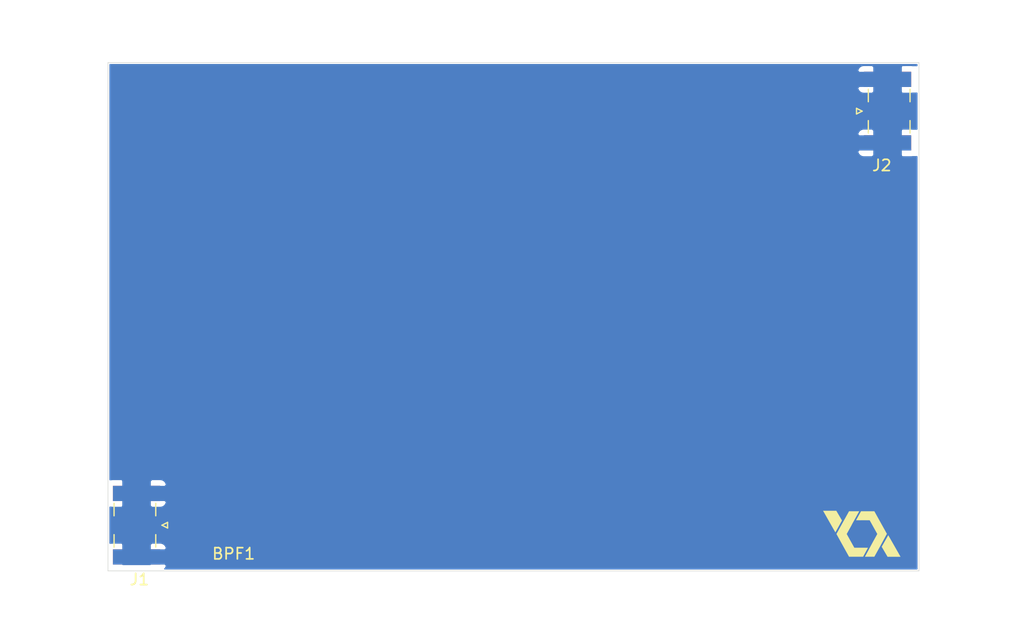
<source format=kicad_pcb>
(kicad_pcb (version 20171130) (host pcbnew "(5.1.5)-3")

  (general
    (thickness 1.5)
    (drawings 4)
    (tracks 2)
    (zones 0)
    (modules 4)
    (nets 4)
  )

  (page A4)
  (title_block
    (title "800MHz Microstrip Hairpin Bandpassfilter")
    (date 2020-11-10)
    (rev 1)
  )

  (layers
    (0 F.Cu signal)
    (31 B.Cu signal)
    (32 B.Adhes user)
    (33 F.Adhes user)
    (34 B.Paste user)
    (35 F.Paste user)
    (36 B.SilkS user)
    (37 F.SilkS user)
    (38 B.Mask user)
    (39 F.Mask user)
    (40 Dwgs.User user hide)
    (41 Cmts.User user hide)
    (42 Eco1.User user hide)
    (43 Eco2.User user hide)
    (44 Edge.Cuts user)
    (45 Margin user hide)
    (46 B.CrtYd user)
    (47 F.CrtYd user)
    (48 B.Fab user hide)
    (49 F.Fab user hide)
  )

  (setup
    (last_trace_width 2.54)
    (user_trace_width 0.45)
    (user_trace_width 2.54)
    (user_trace_width 2.97)
    (trace_clearance 0.2)
    (zone_clearance 0.1)
    (zone_45_only no)
    (trace_min 0.2)
    (via_size 0.8)
    (via_drill 0.4)
    (via_min_size 0.4)
    (via_min_drill 0.3)
    (uvia_size 0.3)
    (uvia_drill 0.1)
    (uvias_allowed no)
    (uvia_min_size 0.2)
    (uvia_min_drill 0.1)
    (edge_width 0.05)
    (segment_width 0.2)
    (pcb_text_width 0.3)
    (pcb_text_size 1.5 1.5)
    (mod_edge_width 0.12)
    (mod_text_size 1 1)
    (mod_text_width 0.15)
    (pad_size 1.524 1.524)
    (pad_drill 0.762)
    (pad_to_mask_clearance 0)
    (aux_axis_origin 0 0)
    (visible_elements 7FFFFFFF)
    (pcbplotparams
      (layerselection 0x010fc_ffffffff)
      (usegerberextensions false)
      (usegerberattributes true)
      (usegerberadvancedattributes true)
      (creategerberjobfile true)
      (excludeedgelayer true)
      (linewidth 0.100000)
      (plotframeref false)
      (viasonmask false)
      (mode 1)
      (useauxorigin false)
      (hpglpennumber 1)
      (hpglpenspeed 20)
      (hpglpendiameter 15.000000)
      (psnegative false)
      (psa4output false)
      (plotreference true)
      (plotvalue true)
      (plotinvisibletext false)
      (padsonsilk false)
      (subtractmaskfromsilk false)
      (outputformat 1)
      (mirror false)
      (drillshape 0)
      (scaleselection 1)
      (outputdirectory "gerber/"))
  )

  (net 0 "")
  (net 1 "Net-(BPF1-Pad1)")
  (net 2 "Net-(BPF1-Pad2)")
  (net 3 GND)

  (net_class Default "This is the default net class."
    (clearance 0.2)
    (trace_width 0.25)
    (via_dia 0.8)
    (via_drill 0.4)
    (uvia_dia 0.3)
    (uvia_drill 0.1)
    (add_net GND)
    (add_net "Net-(BPF1-Pad1)")
    (add_net "Net-(BPF1-Pad2)")
  )

  (module _Custom:stonehedge24-logo_8x6mm (layer F.Cu) (tedit 5FAAD637) (tstamp 5FAB57AA)
    (at 95.504 69.85)
    (fp_text reference G*** (at 0 4) (layer F.Fab) hide
      (effects (font (size 1.524 1.524) (thickness 0.3)))
    )
    (fp_text value LOGO (at 5 -3) (layer F.Fab) hide
      (effects (font (size 1.524 1.524) (thickness 0.3)))
    )
    (fp_poly (pts (xy -2.85516 -2.037328) (xy -2.271889 -2.037011) (xy -2.022024 -1.611269) (xy -1.77216 -1.185527)
      (xy -1.997184 -0.777619) (xy -2.033509 -0.711755) (xy -2.069543 -0.646387) (xy -2.104728 -0.582532)
      (xy -2.138503 -0.521207) (xy -2.170309 -0.463428) (xy -2.199587 -0.410212) (xy -2.225777 -0.362575)
      (xy -2.24832 -0.321535) (xy -2.266655 -0.288107) (xy -2.280225 -0.263308) (xy -2.282641 -0.258881)
      (xy -2.300526 -0.22622) (xy -2.31693 -0.196523) (xy -2.330975 -0.171359) (xy -2.341784 -0.152297)
      (xy -2.348478 -0.140904) (xy -2.349893 -0.138727) (xy -2.35138 -0.138727) (xy -2.354242 -0.141368)
      (xy -2.358701 -0.147033) (xy -2.364978 -0.156104) (xy -2.373295 -0.168961) (xy -2.383873 -0.185986)
      (xy -2.396934 -0.207562) (xy -2.412698 -0.234069) (xy -2.431388 -0.265889) (xy -2.453225 -0.303404)
      (xy -2.47843 -0.346995) (xy -2.507225 -0.397044) (xy -2.539831 -0.453933) (xy -2.57647 -0.518043)
      (xy -2.617363 -0.589756) (xy -2.662731 -0.669453) (xy -2.712797 -0.757517) (xy -2.767781 -0.854328)
      (xy -2.827905 -0.960268) (xy -2.882612 -1.056713) (xy -2.936539 -1.151804) (xy -2.989099 -1.244488)
      (xy -3.040009 -1.334268) (xy -3.088989 -1.420647) (xy -3.135755 -1.503127) (xy -3.180027 -1.581213)
      (xy -3.221523 -1.654407) (xy -3.259961 -1.722212) (xy -3.295059 -1.784131) (xy -3.326537 -1.839668)
      (xy -3.354111 -1.888326) (xy -3.377501 -1.929607) (xy -3.396425 -1.963015) (xy -3.410601 -1.988053)
      (xy -3.419747 -2.004224) (xy -3.423472 -2.010833) (xy -3.438432 -2.037644) (xy -2.85516 -2.037328)) (layer F.SilkS) (width 0.01))
    (fp_poly (pts (xy 1.666547 -0.996353) (xy 2.223536 0.005427) (xy 2.121493 0.193214) (xy 2.092593 0.246445)
      (xy 2.06022 0.306156) (xy 2.026039 0.369269) (xy 1.991716 0.432708) (xy 1.958916 0.493395)
      (xy 1.929304 0.548253) (xy 1.920574 0.564445) (xy 1.867086 0.663519) (xy 1.813849 0.761788)
      (xy 1.760225 0.860414) (xy 1.705578 0.96056) (xy 1.649268 1.063387) (xy 1.59066 1.170058)
      (xy 1.529115 1.281734) (xy 1.463996 1.399577) (xy 1.394664 1.52475) (xy 1.320484 1.658414)
      (xy 1.309709 1.677811) (xy 1.109793 2.037645) (xy 0.692494 2.037645) (xy 0.611353 2.037611)
      (xy 0.540864 2.037501) (xy 0.480392 2.037306) (xy 0.4293 2.037014) (xy 0.386951 2.036614)
      (xy 0.35271 2.036096) (xy 0.32594 2.035447) (xy 0.306006 2.034658) (xy 0.29227 2.033718)
      (xy 0.284097 2.032615) (xy 0.28085 2.031339) (xy 0.280908 2.030589) (xy 0.2846 2.024409)
      (xy 0.293269 2.009) (xy 0.306529 1.985068) (xy 0.324 1.95332) (xy 0.345296 1.914464)
      (xy 0.370036 1.869205) (xy 0.397836 1.818249) (xy 0.428313 1.762305) (xy 0.461084 1.702079)
      (xy 0.495766 1.638276) (xy 0.531975 1.571604) (xy 0.569328 1.50277) (xy 0.607443 1.43248)
      (xy 0.645936 1.361441) (xy 0.684424 1.29036) (xy 0.722523 1.219942) (xy 0.759852 1.150896)
      (xy 0.796026 1.083927) (xy 0.830662 1.019742) (xy 0.863378 0.959048) (xy 0.89379 0.902552)
      (xy 0.921514 0.85096) (xy 0.946169 0.804978) (xy 0.967371 0.765315) (xy 0.984736 0.732675)
      (xy 0.990128 0.722489) (xy 0.994066 0.71528) (xy 1.003022 0.699038) (xy 1.01653 0.674598)
      (xy 1.03413 0.642796) (xy 1.055358 0.604468) (xy 1.07975 0.560451) (xy 1.106843 0.511579)
      (xy 1.136176 0.458689) (xy 1.167284 0.402617) (xy 1.188188 0.364947) (xy 1.225106 0.298407)
      (xy 1.256899 0.241017) (xy 1.283933 0.192064) (xy 1.306569 0.150832) (xy 1.325173 0.116608)
      (xy 1.340107 0.088676) (xy 1.351734 0.066321) (xy 1.360419 0.048831) (xy 1.366526 0.035488)
      (xy 1.370416 0.025581) (xy 1.372456 0.018392) (xy 1.373007 0.013209) (xy 1.372433 0.009316)
      (xy 1.371098 0.005999) (xy 1.370962 0.005721) (xy 1.367263 -0.001149) (xy 1.35842 -0.017264)
      (xy 1.344776 -0.042003) (xy 1.326676 -0.074744) (xy 1.304464 -0.114869) (xy 1.278484 -0.161756)
      (xy 1.24908 -0.214784) (xy 1.216595 -0.273334) (xy 1.181375 -0.336784) (xy 1.143763 -0.404514)
      (xy 1.104103 -0.475903) (xy 1.062739 -0.550332) (xy 1.030141 -0.608967) (xy 0.697149 -1.207861)
      (xy 0.094845 -1.209297) (xy -0.50746 -1.210733) (xy -0.289349 -1.604433) (xy -0.071237 -1.998133)
      (xy 1.109557 -1.998133) (xy 1.666547 -0.996353)) (layer F.SilkS) (width 0.01))
    (fp_poly (pts (xy -0.2491 -1.985433) (xy -0.252795 -1.978695) (xy -0.261557 -1.962812) (xy -0.274981 -1.938513)
      (xy -0.292665 -1.906528) (xy -0.314203 -1.867587) (xy -0.339193 -1.82242) (xy -0.367231 -1.771757)
      (xy -0.397914 -1.716326) (xy -0.430836 -1.656858) (xy -0.465595 -1.594083) (xy -0.498155 -1.535289)
      (xy -0.536395 -1.46624) (xy -0.574726 -1.397027) (xy -0.612563 -1.328703) (xy -0.649323 -1.262324)
      (xy -0.684421 -1.198945) (xy -0.717273 -1.139619) (xy -0.747295 -1.085403) (xy -0.773903 -1.037349)
      (xy -0.796513 -0.996514) (xy -0.814541 -0.963952) (xy -0.821903 -0.950654) (xy -0.842603 -0.913008)
      (xy -0.86152 -0.87812) (xy -0.877949 -0.847331) (xy -0.891184 -0.821979) (xy -0.900521 -0.803403)
      (xy -0.905254 -0.792942) (xy -0.905668 -0.791602) (xy -0.90871 -0.784924) (xy -0.916839 -0.76915)
      (xy -0.929638 -0.745041) (xy -0.946693 -0.71336) (xy -0.967587 -0.674868) (xy -0.991906 -0.630327)
      (xy -1.019235 -0.580499) (xy -1.049158 -0.526144) (xy -1.08126 -0.468026) (xy -1.115126 -0.406905)
      (xy -1.130225 -0.379714) (xy -1.352498 0.020312) (xy -1.011618 0.633867) (xy -0.670739 1.247422)
      (xy -0.066788 1.247422) (xy 0.014705 1.247465) (xy 0.092929 1.247589) (xy 0.167155 1.247788)
      (xy 0.236657 1.248057) (xy 0.300707 1.248391) (xy 0.358577 1.248784) (xy 0.40954 1.24923)
      (xy 0.452868 1.249723) (xy 0.487834 1.250258) (xy 0.513711 1.25083) (xy 0.52977 1.251432)
      (xy 0.535284 1.25206) (xy 0.535282 1.252074) (xy 0.532356 1.257654) (xy 0.524458 1.272395)
      (xy 0.511998 1.295537) (xy 0.495387 1.326319) (xy 0.475037 1.363979) (xy 0.451359 1.407758)
      (xy 0.424765 1.456894) (xy 0.395666 1.510627) (xy 0.364473 1.568196) (xy 0.331598 1.628841)
      (xy 0.321733 1.647031) (xy 0.110067 2.037336) (xy -0.513644 2.037385) (xy -1.137355 2.037433)
      (xy -1.695685 1.031975) (xy -1.750611 0.93303) (xy -1.804059 0.836682) (xy -1.855774 0.743397)
      (xy -1.905497 0.65364) (xy -1.952971 0.567881) (xy -1.997938 0.486584) (xy -2.040141 0.410217)
      (xy -2.079323 0.339246) (xy -2.115226 0.274139) (xy -2.147593 0.215361) (xy -2.176166 0.163381)
      (xy -2.200688 0.118663) (xy -2.220901 0.081676) (xy -2.236548 0.052886) (xy -2.247371 0.032759)
      (xy -2.253114 0.021763) (xy -2.254015 0.019756) (xy -2.251314 0.014228) (xy -2.243385 -0.0007)
      (xy -2.230483 -0.024559) (xy -2.212867 -0.056884) (xy -2.190795 -0.097209) (xy -2.164522 -0.145065)
      (xy -2.134308 -0.199986) (xy -2.10041 -0.261507) (xy -2.063084 -0.329159) (xy -2.022588 -0.402476)
      (xy -1.979181 -0.480992) (xy -1.933119 -0.56424) (xy -1.884659 -0.651752) (xy -1.83406 -0.743063)
      (xy -1.781578 -0.837705) (xy -1.727471 -0.935211) (xy -1.695685 -0.992463) (xy -1.137355 -1.997922)
      (xy -0.689835 -1.998028) (xy -0.242314 -1.998133) (xy -0.2491 -1.985433)) (layer F.SilkS) (width 0.01))
    (fp_poly (pts (xy 2.350837 0.143967) (xy 2.359091 0.157723) (xy 2.372262 0.180147) (xy 2.390023 0.210664)
      (xy 2.412047 0.248698) (xy 2.438004 0.293676) (xy 2.467568 0.345022) (xy 2.50041 0.402162)
      (xy 2.536202 0.464521) (xy 2.574617 0.531524) (xy 2.615327 0.602596) (xy 2.658003 0.677163)
      (xy 2.702319 0.754649) (xy 2.747946 0.834481) (xy 2.794557 0.916082) (xy 2.841822 0.998879)
      (xy 2.889416 1.082297) (xy 2.937009 1.16576) (xy 2.984274 1.248695) (xy 3.030883 1.330526)
      (xy 3.076509 1.410678) (xy 3.120822 1.488577) (xy 3.163497 1.563647) (xy 3.204203 1.635315)
      (xy 3.242615 1.703006) (xy 3.278403 1.766143) (xy 3.311241 1.824154) (xy 3.3408 1.876462)
      (xy 3.366752 1.922494) (xy 3.388769 1.961674) (xy 3.406524 1.993428) (xy 3.419689 2.01718)
      (xy 3.427936 2.032357) (xy 3.430882 2.038207) (xy 3.425629 2.038987) (xy 3.409659 2.039718)
      (xy 3.383541 2.040395) (xy 3.347847 2.041014) (xy 3.303148 2.04157) (xy 3.250014 2.042057)
      (xy 3.189016 2.042471) (xy 3.120725 2.042806) (xy 3.045712 2.043057) (xy 2.964548 2.043219)
      (xy 2.877803 2.043287) (xy 2.860288 2.043289) (xy 2.287812 2.043289) (xy 2.281683 2.029838)
      (xy 2.278273 2.023727) (xy 2.269644 2.008743) (xy 2.2563 1.985746) (xy 2.238744 1.955595)
      (xy 2.217479 1.919146) (xy 2.193009 1.87726) (xy 2.165838 1.830796) (xy 2.136469 1.780611)
      (xy 2.105406 1.727564) (xy 2.073152 1.672514) (xy 2.04021 1.61632) (xy 2.007085 1.559841)
      (xy 1.974279 1.503934) (xy 1.942296 1.44946) (xy 1.91164 1.397276) (xy 1.882815 1.348241)
      (xy 1.856322 1.303213) (xy 1.832668 1.263053) (xy 1.812353 1.228617) (xy 1.795883 1.200765)
      (xy 1.783761 1.180356) (xy 1.77649 1.168248) (xy 1.775884 1.167257) (xy 1.773593 1.158218)
      (xy 1.777285 1.145511) (xy 1.783467 1.133391) (xy 1.793564 1.115337) (xy 1.808142 1.089415)
      (xy 1.82675 1.056421) (xy 1.848934 1.017153) (xy 1.874242 0.972408) (xy 1.90222 0.922984)
      (xy 1.932417 0.869679) (xy 1.964378 0.81329) (xy 1.997651 0.754615) (xy 2.031783 0.694451)
      (xy 2.066322 0.633595) (xy 2.100815 0.572845) (xy 2.134808 0.513) (xy 2.167849 0.454855)
      (xy 2.199486 0.399209) (xy 2.229264 0.34686) (xy 2.256732 0.298604) (xy 2.281437 0.255239)
      (xy 2.302925 0.217564) (xy 2.320744 0.186375) (xy 2.334441 0.162469) (xy 2.343564 0.146646)
      (xy 2.347659 0.139701) (xy 2.347828 0.139453) (xy 2.350837 0.143967)) (layer F.SilkS) (width 0.01))
  )

  (module _Custom:Samtec_SMA-J-P-X-ST-EM1_EdgeMount (layer F.Cu) (tedit 5FA6A28B) (tstamp 5FAB614C)
    (at 30.988 69.088 270)
    (descr "Connector SMA, 0Hz to 20GHz, 50Ohm, Edge Mount (http://suddendocs.samtec.com/prints/sma-j-p-x-st-em1-mkt.pdf)")
    (tags "SMA Straight Samtec Edge Mount")
    (path /5FAE32F5)
    (attr smd)
    (fp_text reference J1 (at 4.826 -0.254 180) (layer F.SilkS)
      (effects (font (size 1 1) (thickness 0.15)))
    )
    (fp_text value SMA (at 0 13 90) (layer F.Fab)
      (effects (font (size 1 1) (thickness 0.15)))
    )
    (fp_line (start 0.84 -1.71) (end 1.95 -1.71) (layer F.SilkS) (width 0.12))
    (fp_line (start -1.95 -1.71) (end -0.84 -1.71) (layer F.SilkS) (width 0.12))
    (fp_line (start 0.84 2) (end 1.95 2) (layer F.SilkS) (width 0.12))
    (fp_line (start -1.95 2) (end -0.84 2) (layer F.SilkS) (width 0.12))
    (fp_line (start 3.68 2.6) (end 3.68 12.12) (layer B.CrtYd) (width 0.05))
    (fp_line (start 4 2.6) (end 3.68 2.6) (layer B.CrtYd) (width 0.05))
    (fp_line (start -3.68 12.12) (end -3.68 2.6) (layer B.CrtYd) (width 0.05))
    (fp_line (start -3.68 2.6) (end -4 2.6) (layer B.CrtYd) (width 0.05))
    (fp_line (start 3.68 2.6) (end 3.68 12.12) (layer F.CrtYd) (width 0.05))
    (fp_line (start 3.68 2.6) (end 4 2.6) (layer F.CrtYd) (width 0.05))
    (fp_line (start -3.68 12.12) (end -3.68 2.6) (layer F.CrtYd) (width 0.05))
    (fp_line (start -3.68 2.6) (end -4 2.6) (layer F.CrtYd) (width 0.05))
    (fp_line (start 4.1 2.1) (end -4.1 2.1) (layer Dwgs.User) (width 0.1))
    (fp_line (start -3.175 -1.71) (end -3.175 11.62) (layer F.Fab) (width 0.1))
    (fp_line (start -2.365 -1.71) (end -3.175 -1.71) (layer F.Fab) (width 0.1))
    (fp_line (start -2.365 2.1) (end -2.365 -1.71) (layer F.Fab) (width 0.1))
    (fp_line (start 2.365 2.1) (end -2.365 2.1) (layer F.Fab) (width 0.1))
    (fp_line (start 2.365 -1.71) (end 2.365 2.1) (layer F.Fab) (width 0.1))
    (fp_line (start 3.175 -1.71) (end 2.365 -1.71) (layer F.Fab) (width 0.1))
    (fp_line (start 3.175 -1.71) (end 3.175 11.62) (layer F.Fab) (width 0.1))
    (fp_line (start 3.165 11.62) (end -3.165 11.62) (layer F.Fab) (width 0.1))
    (fp_line (start -4 -2.6) (end 4 -2.6) (layer B.CrtYd) (width 0.05))
    (fp_line (start -4 2.6) (end -4 -2.6) (layer B.CrtYd) (width 0.05))
    (fp_line (start 3.68 12.12) (end -3.68 12.12) (layer B.CrtYd) (width 0.05))
    (fp_line (start 4 2.6) (end 4 -2.6) (layer B.CrtYd) (width 0.05))
    (fp_line (start -4 -2.6) (end 4 -2.6) (layer F.CrtYd) (width 0.05))
    (fp_line (start -4 2.6) (end -4 -2.6) (layer F.CrtYd) (width 0.05))
    (fp_line (start 3.68 12.12) (end -3.68 12.12) (layer F.CrtYd) (width 0.05))
    (fp_line (start 4 2.6) (end 4 -2.6) (layer F.CrtYd) (width 0.05))
    (fp_line (start 0.64 2.1) (end 0 3.1) (layer F.Fab) (width 0.1))
    (fp_line (start 0 3.1) (end -0.64 2.1) (layer F.Fab) (width 0.1))
    (fp_line (start 0 -2.26) (end 0.25 -2.76) (layer F.SilkS) (width 0.12))
    (fp_line (start 0.25 -2.76) (end -0.25 -2.76) (layer F.SilkS) (width 0.12))
    (fp_line (start -0.25 -2.76) (end 0 -2.26) (layer F.SilkS) (width 0.12))
    (fp_text user %R (at 0 4.79 270) (layer F.Fab)
      (effects (font (size 1 1) (thickness 0.15)))
    )
    (fp_text user "PCB Edge" (at 0 2.6 90) (layer Dwgs.User)
      (effects (font (size 0.5 0.5) (thickness 0.1)))
    )
    (fp_text user "Board Thickness: 1.57mm" (at 0 -5.45 90) (layer Cmts.User)
      (effects (font (size 1 1) (thickness 0.15)))
    )
    (pad 2 smd rect (at -2.825 0 270) (size 1.35 4.2) (layers B.Cu B.Paste B.Mask)
      (net 3 GND))
    (pad 2 smd rect (at 2.825 0 270) (size 1.35 4.2) (layers B.Cu B.Paste B.Mask)
      (net 3 GND))
    (pad 2 smd rect (at -2.825 0 270) (size 1.35 4.2) (layers F.Cu F.Paste F.Mask)
      (net 3 GND))
    (pad 2 smd rect (at 2.825 0 270) (size 1.35 4.2) (layers F.Cu F.Paste F.Mask)
      (net 3 GND))
    (pad 1 smd rect (at 0 0.2 270) (size 1.27 3.6) (layers F.Cu F.Paste F.Mask)
      (net 1 "Net-(BPF1-Pad1)"))
    (model ${KISYS3DMOD}/Connector_Coaxial.3dshapes/SMA_Samtec_SMA-J-P-X-ST-EM1_EdgeMount.wrl
      (at (xyz 0 0 0))
      (scale (xyz 1 1 1))
      (rotate (xyz 0 0 0))
    )
    (model "C:/Users/stonehedge24/Dropbox/KiCAD/_KiCAD Libraries/3d/SMA-J-P-H-ST-EM1.stp"
      (offset (xyz 0 -4 0.5))
      (scale (xyz 1 1 1))
      (rotate (xyz -180 -90 0))
    )
    (model "C:/Users/patri/Dropbox/KiCAD/_KiCAD Libraries/3d/SMA-J-P-H-ST-EM1.stp"
      (offset (xyz 0 -4 0.5))
      (scale (xyz 1 1 1))
      (rotate (xyz -180 -90 0))
    )
  )

  (module _Custom:Samtec_SMA-J-P-X-ST-EM1_EdgeMount (layer F.Cu) (tedit 5FA6A28B) (tstamp 5FAB617A)
    (at 97.79 32.258 90)
    (descr "Connector SMA, 0Hz to 20GHz, 50Ohm, Edge Mount (http://suddendocs.samtec.com/prints/sma-j-p-x-st-em1-mkt.pdf)")
    (tags "SMA Straight Samtec Edge Mount")
    (path /5FAE3D0E)
    (attr smd)
    (fp_text reference J2 (at -4.826 -0.508 180) (layer F.SilkS)
      (effects (font (size 1 1) (thickness 0.15)))
    )
    (fp_text value SMA (at 0 13 90) (layer F.Fab)
      (effects (font (size 1 1) (thickness 0.15)))
    )
    (fp_line (start -0.25 -2.76) (end 0 -2.26) (layer F.SilkS) (width 0.12))
    (fp_line (start 0.25 -2.76) (end -0.25 -2.76) (layer F.SilkS) (width 0.12))
    (fp_line (start 0 -2.26) (end 0.25 -2.76) (layer F.SilkS) (width 0.12))
    (fp_line (start 0 3.1) (end -0.64 2.1) (layer F.Fab) (width 0.1))
    (fp_line (start 0.64 2.1) (end 0 3.1) (layer F.Fab) (width 0.1))
    (fp_line (start 4 2.6) (end 4 -2.6) (layer F.CrtYd) (width 0.05))
    (fp_line (start 3.68 12.12) (end -3.68 12.12) (layer F.CrtYd) (width 0.05))
    (fp_line (start -4 2.6) (end -4 -2.6) (layer F.CrtYd) (width 0.05))
    (fp_line (start -4 -2.6) (end 4 -2.6) (layer F.CrtYd) (width 0.05))
    (fp_line (start 4 2.6) (end 4 -2.6) (layer B.CrtYd) (width 0.05))
    (fp_line (start 3.68 12.12) (end -3.68 12.12) (layer B.CrtYd) (width 0.05))
    (fp_line (start -4 2.6) (end -4 -2.6) (layer B.CrtYd) (width 0.05))
    (fp_line (start -4 -2.6) (end 4 -2.6) (layer B.CrtYd) (width 0.05))
    (fp_line (start 3.165 11.62) (end -3.165 11.62) (layer F.Fab) (width 0.1))
    (fp_line (start 3.175 -1.71) (end 3.175 11.62) (layer F.Fab) (width 0.1))
    (fp_line (start 3.175 -1.71) (end 2.365 -1.71) (layer F.Fab) (width 0.1))
    (fp_line (start 2.365 -1.71) (end 2.365 2.1) (layer F.Fab) (width 0.1))
    (fp_line (start 2.365 2.1) (end -2.365 2.1) (layer F.Fab) (width 0.1))
    (fp_line (start -2.365 2.1) (end -2.365 -1.71) (layer F.Fab) (width 0.1))
    (fp_line (start -2.365 -1.71) (end -3.175 -1.71) (layer F.Fab) (width 0.1))
    (fp_line (start -3.175 -1.71) (end -3.175 11.62) (layer F.Fab) (width 0.1))
    (fp_line (start 4.1 2.1) (end -4.1 2.1) (layer Dwgs.User) (width 0.1))
    (fp_line (start -3.68 2.6) (end -4 2.6) (layer F.CrtYd) (width 0.05))
    (fp_line (start -3.68 12.12) (end -3.68 2.6) (layer F.CrtYd) (width 0.05))
    (fp_line (start 3.68 2.6) (end 4 2.6) (layer F.CrtYd) (width 0.05))
    (fp_line (start 3.68 2.6) (end 3.68 12.12) (layer F.CrtYd) (width 0.05))
    (fp_line (start -3.68 2.6) (end -4 2.6) (layer B.CrtYd) (width 0.05))
    (fp_line (start -3.68 12.12) (end -3.68 2.6) (layer B.CrtYd) (width 0.05))
    (fp_line (start 4 2.6) (end 3.68 2.6) (layer B.CrtYd) (width 0.05))
    (fp_line (start 3.68 2.6) (end 3.68 12.12) (layer B.CrtYd) (width 0.05))
    (fp_line (start -1.95 2) (end -0.84 2) (layer F.SilkS) (width 0.12))
    (fp_line (start 0.84 2) (end 1.95 2) (layer F.SilkS) (width 0.12))
    (fp_line (start -1.95 -1.71) (end -0.84 -1.71) (layer F.SilkS) (width 0.12))
    (fp_line (start 0.84 -1.71) (end 1.95 -1.71) (layer F.SilkS) (width 0.12))
    (fp_text user "Board Thickness: 1.57mm" (at 0 -5.45 90) (layer Cmts.User)
      (effects (font (size 1 1) (thickness 0.15)))
    )
    (fp_text user "PCB Edge" (at 0 2.6 90) (layer Dwgs.User)
      (effects (font (size 0.5 0.5) (thickness 0.1)))
    )
    (fp_text user %R (at 0 4.79 270) (layer F.Fab)
      (effects (font (size 1 1) (thickness 0.15)))
    )
    (pad 1 smd rect (at 0 0.2 90) (size 1.27 3.6) (layers F.Cu F.Paste F.Mask)
      (net 2 "Net-(BPF1-Pad2)"))
    (pad 2 smd rect (at 2.825 0 90) (size 1.35 4.2) (layers F.Cu F.Paste F.Mask)
      (net 3 GND))
    (pad 2 smd rect (at -2.825 0 90) (size 1.35 4.2) (layers F.Cu F.Paste F.Mask)
      (net 3 GND))
    (pad 2 smd rect (at 2.825 0 90) (size 1.35 4.2) (layers B.Cu B.Paste B.Mask)
      (net 3 GND))
    (pad 2 smd rect (at -2.825 0 90) (size 1.35 4.2) (layers B.Cu B.Paste B.Mask)
      (net 3 GND))
    (model ${KISYS3DMOD}/Connector_Coaxial.3dshapes/SMA_Samtec_SMA-J-P-X-ST-EM1_EdgeMount.wrl
      (at (xyz 0 0 0))
      (scale (xyz 1 1 1))
      (rotate (xyz 0 0 0))
    )
    (model "C:/Users/stonehedge24/Dropbox/KiCAD/_KiCAD Libraries/3d/SMA-J-P-H-ST-EM1.stp"
      (offset (xyz 0 -4 0.5))
      (scale (xyz 1 1 1))
      (rotate (xyz -180 -90 0))
    )
    (model "C:/Users/patri/Dropbox/KiCAD/_KiCAD Libraries/3d/SMA-J-P-H-ST-EM1.stp"
      (offset (xyz 0 -4 0.5))
      (scale (xyz 1 1 1))
      (rotate (xyz -180 -90 0))
    )
  )

  (module _RF:Microstrip_Hairpin_BPF_800MHz (layer F.Cu) (tedit 5FAB1052) (tstamp 5FAB7167)
    (at 51.689 72.898)
    (path /5FAE5EBD)
    (fp_text reference BPF1 (at -12.065 -1.27) (layer F.SilkS)
      (effects (font (size 1 1) (thickness 0.15)))
    )
    (fp_text value "ca. 800MHz" (at 13.462 -1.27) (layer F.Fab)
      (effects (font (size 1 1) (thickness 0.15)))
    )
    (fp_poly (pts (xy 38.1 -36.576) (xy -12.7 -36.576) (xy -12.7 -34.544) (xy 38.1 -34.544)
      (xy 38.1 -32.004) (xy -12.7 -32.004) (xy -15.24 -34.544) (xy -15.24 -36.576)
      (xy -12.7 -39.116) (xy 38.1 -39.116)) (layer F.Cu) (width 0))
    (fp_poly (pts (xy 40.64 -27.94) (xy 40.64 -25.908) (xy 38.1 -23.368) (xy -12.7 -23.368)
      (xy -12.7 -25.908) (xy 38.1 -25.908) (xy 38.1 -27.94) (xy -12.7 -27.94)
      (xy -12.7 -30.48) (xy 38.1 -30.48)) (layer F.Cu) (width 0))
    (fp_poly (pts (xy 38.1 -18.542) (xy -12.7 -18.542) (xy -12.7 -16.51) (xy 38.1 -16.51)
      (xy 38.1 -13.97) (xy -12.7 -13.97) (xy -15.24 -16.51) (xy -15.24 -18.542)
      (xy -12.7 -21.082) (xy 38.1 -21.082)) (layer F.Cu) (width 0))
    (fp_poly (pts (xy 40.64 -9.906) (xy 40.64 -7.874) (xy 38.1 -5.334) (xy -12.7 -5.334)
      (xy -12.7 -7.874) (xy 38.1 -7.874) (xy 38.1 -9.906) (xy -12.7 -9.906)
      (xy -12.7 -12.446) (xy 38.1 -12.446)) (layer F.Cu) (width 0))
    (fp_poly (pts (xy 38.1 -2.54) (xy -17.78 -2.54) (xy -17.78 -5.08) (xy 38.1 -5.08)) (layer F.Cu) (width 0))
    (fp_poly (pts (xy 40.64 -9.906) (xy 40.64 -7.874) (xy 38.1 -5.334) (xy 38.1 -12.446)) (layer F.Cu) (width 0))
    (fp_poly (pts (xy 43.18 -39.37) (xy -12.7 -39.37) (xy -12.7 -41.91) (xy 43.18 -41.91)) (layer F.Cu) (width 0))
    (pad 1 smd rect (at -17.145 -3.81) (size 1.27 2.54) (layers F.Cu)
      (net 1 "Net-(BPF1-Pad1)"))
    (pad 2 smd rect (at 42.545 -40.64) (size 1.27 2.54) (layers F.Cu)
      (net 2 "Net-(BPF1-Pad2)"))
  )

  (gr_line (start 28.448 27.94) (end 28.448 73.152) (layer Edge.Cuts) (width 0.05) (tstamp 5FAB66A1))
  (gr_line (start 100.584 27.94) (end 28.448 27.94) (layer Edge.Cuts) (width 0.05))
  (gr_line (start 100.584 73.152) (end 100.584 27.94) (layer Edge.Cuts) (width 0.05))
  (gr_line (start 28.448 73.152) (end 100.584 73.152) (layer Edge.Cuts) (width 0.05))

  (segment (start 30.788 69.088) (end 34.544 69.088) (width 2.54) (layer F.Cu) (net 1))
  (segment (start 97.99 32.258) (end 94.234 32.258) (width 2.54) (layer F.Cu) (net 2))

  (zone (net 3) (net_name GND) (layer B.Cu) (tstamp 5FAB719B) (hatch edge 0.508)
    (connect_pads (clearance 0.1))
    (min_thickness 0.1)
    (fill yes (arc_segments 32) (thermal_gap 0.508) (thermal_bridge_width 2.54))
    (polygon
      (pts
        (xy 100.584 73.152) (xy 28.448 73.152) (xy 28.448 27.94) (xy 100.584 27.94)
      )
    )
    (filled_polygon
      (pts
        (xy 100.409001 28.212998) (xy 100.013357 28.212998) (xy 99.989025 28.206114) (xy 99.879455 28.197399) (xy 99.1495 28.2)
        (xy 99.136502 28.212998) (xy 99.03 28.212998) (xy 99.03 28.3195) (xy 99.01 28.3395) (xy 99.01 28.808)
        (xy 99.03 28.808) (xy 99.03 30.058) (xy 99.01 30.058) (xy 99.01 30.5265) (xy 99.03 30.5465)
        (xy 99.03 30.653002) (xy 99.136502 30.653002) (xy 99.1495 30.666) (xy 99.879455 30.668601) (xy 99.989025 30.659886)
        (xy 100.013357 30.653002) (xy 100.409001 30.653002) (xy 100.409001 33.862998) (xy 100.013357 33.862998) (xy 99.989025 33.856114)
        (xy 99.879455 33.847399) (xy 99.1495 33.85) (xy 99.136502 33.862998) (xy 99.03 33.862998) (xy 99.03 33.9695)
        (xy 99.01 33.9895) (xy 99.01 34.458) (xy 99.03 34.458) (xy 99.03 35.708) (xy 99.01 35.708)
        (xy 99.01 36.1765) (xy 99.03 36.1965) (xy 99.03 36.303002) (xy 99.136502 36.303002) (xy 99.1495 36.316)
        (xy 99.879455 36.318601) (xy 99.989025 36.309886) (xy 100.013357 36.303002) (xy 100.409001 36.303002) (xy 100.409 72.977)
        (xy 33.489619 72.977) (xy 33.548264 72.908221) (xy 33.601892 72.812275) (xy 33.635772 72.70771) (xy 33.646 72.6775)
        (xy 33.5065 72.538) (xy 32.208 72.538) (xy 32.208 72.588) (xy 29.768 72.588) (xy 29.768 72.538)
        (xy 29.748 72.538) (xy 29.748 71.288) (xy 29.768 71.288) (xy 29.768 70.8195) (xy 32.208 70.8195)
        (xy 32.208 71.288) (xy 33.5065 71.288) (xy 33.646 71.1485) (xy 33.635772 71.11829) (xy 33.601892 71.013725)
        (xy 33.548264 70.917779) (xy 33.476948 70.834139) (xy 33.390685 70.766019) (xy 33.29279 70.716037) (xy 33.187025 70.686114)
        (xy 33.077455 70.677399) (xy 32.3475 70.68) (xy 32.208 70.8195) (xy 29.768 70.8195) (xy 29.748 70.7995)
        (xy 29.748 70.692998) (xy 29.641498 70.692998) (xy 29.6285 70.68) (xy 28.898545 70.677399) (xy 28.788975 70.686114)
        (xy 28.764643 70.692998) (xy 28.623 70.692998) (xy 28.623 67.483002) (xy 28.764643 67.483002) (xy 28.788975 67.489886)
        (xy 28.898545 67.498601) (xy 29.6285 67.496) (xy 29.641498 67.483002) (xy 29.748 67.483002) (xy 29.748 67.3765)
        (xy 29.768 67.3565) (xy 29.768 66.888) (xy 32.208 66.888) (xy 32.208 67.3565) (xy 32.3475 67.496)
        (xy 33.077455 67.498601) (xy 33.187025 67.489886) (xy 33.29279 67.459963) (xy 33.390685 67.409981) (xy 33.476948 67.341861)
        (xy 33.548264 67.258221) (xy 33.601892 67.162275) (xy 33.635772 67.05771) (xy 33.646 67.0275) (xy 33.5065 66.888)
        (xy 32.208 66.888) (xy 29.768 66.888) (xy 29.748 66.888) (xy 29.748 65.638) (xy 29.768 65.638)
        (xy 29.768 65.1695) (xy 32.208 65.1695) (xy 32.208 65.638) (xy 33.5065 65.638) (xy 33.646 65.4985)
        (xy 33.635772 65.46829) (xy 33.601892 65.363725) (xy 33.548264 65.267779) (xy 33.476948 65.184139) (xy 33.390685 65.116019)
        (xy 33.29279 65.066037) (xy 33.187025 65.036114) (xy 33.077455 65.027399) (xy 32.3475 65.03) (xy 32.208 65.1695)
        (xy 29.768 65.1695) (xy 29.748 65.1495) (xy 29.748 65.042998) (xy 29.641498 65.042998) (xy 29.6285 65.03)
        (xy 28.898545 65.027399) (xy 28.788975 65.036114) (xy 28.764643 65.042998) (xy 28.623 65.042998) (xy 28.623 35.8475)
        (xy 95.132 35.8475) (xy 95.142228 35.87771) (xy 95.176108 35.982275) (xy 95.229736 36.078221) (xy 95.301052 36.161861)
        (xy 95.387315 36.229981) (xy 95.48521 36.279963) (xy 95.590975 36.309886) (xy 95.700545 36.318601) (xy 96.4305 36.316)
        (xy 96.57 36.1765) (xy 96.57 35.708) (xy 95.2715 35.708) (xy 95.132 35.8475) (xy 28.623 35.8475)
        (xy 28.623 34.3185) (xy 95.132 34.3185) (xy 95.2715 34.458) (xy 96.57 34.458) (xy 96.57 33.9895)
        (xy 96.4305 33.85) (xy 95.700545 33.847399) (xy 95.590975 33.856114) (xy 95.48521 33.886037) (xy 95.387315 33.936019)
        (xy 95.301052 34.004139) (xy 95.229736 34.087779) (xy 95.176108 34.183725) (xy 95.142228 34.28829) (xy 95.132 34.3185)
        (xy 28.623 34.3185) (xy 28.623 30.1975) (xy 95.132 30.1975) (xy 95.142228 30.22771) (xy 95.176108 30.332275)
        (xy 95.229736 30.428221) (xy 95.301052 30.511861) (xy 95.387315 30.579981) (xy 95.48521 30.629963) (xy 95.590975 30.659886)
        (xy 95.700545 30.668601) (xy 96.4305 30.666) (xy 96.57 30.5265) (xy 96.57 30.058) (xy 95.2715 30.058)
        (xy 95.132 30.1975) (xy 28.623 30.1975) (xy 28.623 28.6685) (xy 95.132 28.6685) (xy 95.2715 28.808)
        (xy 96.57 28.808) (xy 96.57 28.3395) (xy 96.4305 28.2) (xy 95.700545 28.197399) (xy 95.590975 28.206114)
        (xy 95.48521 28.236037) (xy 95.387315 28.286019) (xy 95.301052 28.354139) (xy 95.229736 28.437779) (xy 95.176108 28.533725)
        (xy 95.142228 28.63829) (xy 95.132 28.6685) (xy 28.623 28.6685) (xy 28.623 28.115) (xy 100.409001 28.115)
      )
    )
  )
)

</source>
